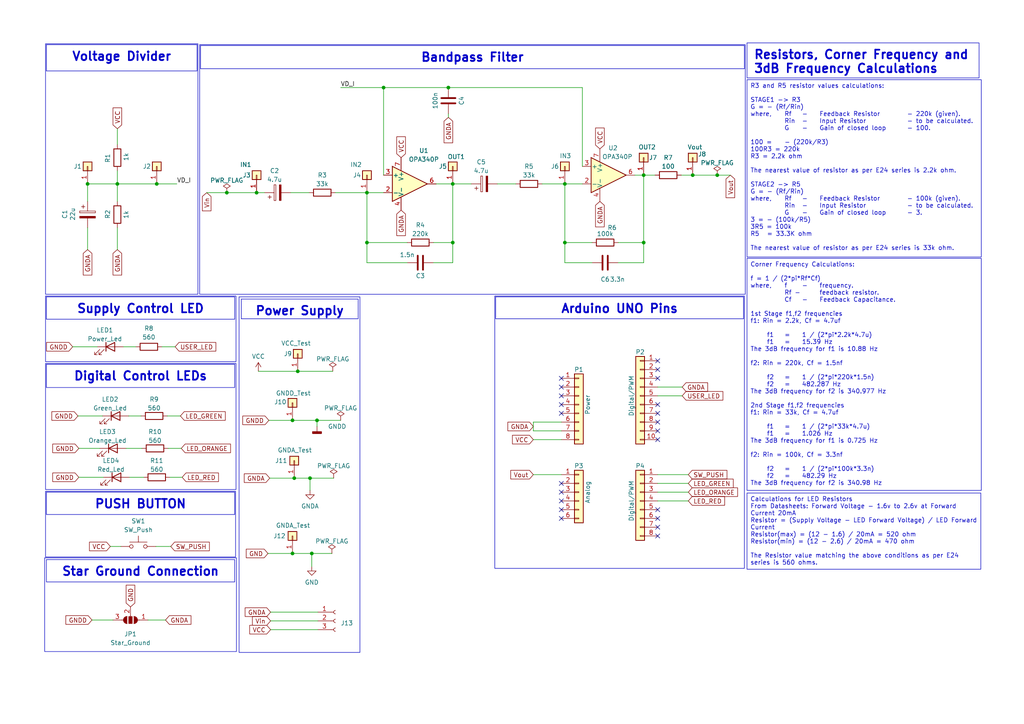
<source format=kicad_sch>
(kicad_sch (version 20230121) (generator eeschema)
  (paper "A4")
  (title_block (title "Amplifier 4th Order Bandpass Filter") (date "2023-04-19") (rev "1,1") (company "HDA Student/Girish Tabaraddi; Ananya Harish; Drashti Shah") (comment 1 "Group D3"))
  (lib_symbols
    (symbol "Amplifier_Operational:OPA340P" (pin_names (offset 0.127))
      (property "Reference" "U" (at 0 6.35 0))
      (property "Value" "OPA340P" (at 0 3.81 0))
      (symbol "OPA340P_0_1"
        (polyline (pts (xy -5.08 5.08) (xy 5.08 0) (xy -5.08 -5.08) (xy -5.08 5.08)) (stroke (width 0.254)) (fill (type background)))
      )
      (symbol "OPA340P_1_1"
        (pin no_connect line (at -5.08 -2.54 90) (length 2.54) hide (name "NC") (number "1"))
        (pin input line (at -7.62 -2.54 0) (length 2.54) (name "-") (number "2"))
        (pin input line (at -7.62 2.54 0) (length 2.54) (name "+") (number "3"))
        (pin power_in line (at -2.54 -7.62 90) (length 3.81) (name "V-") (number "4"))
        (pin no_connect line (at -2.54 -2.54 90) (length 2.54) hide (name "NC") (number "5"))
        (pin output line (at 7.62 0 180) (length 2.54) (name "~") (number "6"))
        (pin power_in line (at -2.54 7.62 270) (length 3.81) (name "V+") (number "7"))
        (pin no_connect line (at 0 -2.54 90) (length 2.54) hide (name "NC") (number "8"))
      )
    )
    (symbol "Connector:Conn_01x03_Socket" (pin_names (offset 1.016) hide)
      (property "Reference" "J" (at 0 5.08 0))
      (property "Value" "Conn_01x03_Socket" (at 0 -5.08 0))
      (symbol "Conn_01x03_Socket_1_1"
        (arc (start 0 -2.032) (mid -0.5058 -2.54) (end 0 -3.048) (stroke (width 0.1524)))
        (polyline (pts (xy -1.27 -2.54) (xy -0.508 -2.54)) (stroke (width 0.1524)))
        (polyline (pts (xy -1.27 0) (xy -0.508 0)) (stroke (width 0.1524)))
        (polyline (pts (xy -1.27 2.54) (xy -0.508 2.54)) (stroke (width 0.1524)))
        (arc (start 0 0.508) (mid -0.5058 0) (end 0 -0.508) (stroke (width 0.1524)))
        (arc (start 0 3.048) (mid -0.5058 2.54) (end 0 2.032) (stroke (width 0.1524)))
        (pin passive line (at -5.08 2.54 0) (length 3.81) (name "Pin_1") (number "1"))
        (pin passive line (at -5.08 0 0) (length 3.81) (name "Pin_2") (number "2"))
        (pin passive line (at -5.08 -2.54 0) (length 3.81) (name "Pin_3") (number "3"))
      )
    )
    (symbol "Connector_Generic:Conn_01x01" (pin_names (offset 1.016) hide)
      (property "Reference" "J" (at 0 2.54 0))
      (property "Value" "Conn_01x01" (at 0 -2.54 0))
      (symbol "Conn_01x01_1_1"
        (rectangle (start -1.27 0.127) (end 0 -0.127) (stroke (width 0.1524)))
        (rectangle (start -1.27 1.27) (end 1.27 -1.27) (stroke (width 0.254)) (fill (type background)))
        (pin passive line (at -5.08 0 0) (length 3.81) (name "Pin_1") (number "1"))
      )
    )
    (symbol "Connector_Generic:Conn_01x06" (pin_names (offset 1.016) hide)
      (property "Reference" "J" (at 0 7.62 0))
      (property "Value" "Conn_01x06" (at 0 -10.16 0))
      (symbol "Conn_01x06_1_1"
        (rectangle (start -1.27 -7.493) (end 0 -7.747) (stroke (width 0.1524)))
        (rectangle (start -1.27 -4.953) (end 0 -5.207) (stroke (width 0.1524)))
        (rectangle (start -1.27 -2.413) (end 0 -2.667) (stroke (width 0.1524)))
        (rectangle (start -1.27 0.127) (end 0 -0.127) (stroke (width 0.1524)))
        (rectangle (start -1.27 2.667) (end 0 2.413) (stroke (width 0.1524)))
        (rectangle (start -1.27 5.207) (end 0 4.953) (stroke (width 0.1524)))
        (rectangle (start -1.27 6.35) (end 1.27 -8.89) (stroke (width 0.254)) (fill (type background)))
        (pin passive line (at -5.08 5.08 0) (length 3.81) (name "Pin_1") (number "1"))
        (pin passive line (at -5.08 2.54 0) (length 3.81) (name "Pin_2") (number "2"))
        (pin passive line (at -5.08 0 0) (length 3.81) (name "Pin_3") (number "3"))
        (pin passive line (at -5.08 -2.54 0) (length 3.81) (name "Pin_4") (number "4"))
        (pin passive line (at -5.08 -5.08 0) (length 3.81) (name "Pin_5") (number "5"))
        (pin passive line (at -5.08 -7.62 0) (length 3.81) (name "Pin_6") (number "6"))
      )
    )
    (symbol "Connector_Generic:Conn_01x08" (pin_names (offset 1.016) hide)
      (property "Reference" "J" (at 0 10.16 0))
      (property "Value" "Conn_01x08" (at 0 -12.7 0))
      (symbol "Conn_01x08_1_1"
        (rectangle (start -1.27 -10.033) (end 0 -10.287) (stroke (width 0.1524)))
        (rectangle (start -1.27 -7.493) (end 0 -7.747) (stroke (width 0.1524)))
        (rectangle (start -1.27 -4.953) (end 0 -5.207) (stroke (width 0.1524)))
        (rectangle (start -1.27 -2.413) (end 0 -2.667) (stroke (width 0.1524)))
        (rectangle (start -1.27 0.127) (end 0 -0.127) (stroke (width 0.1524)))
        (rectangle (start -1.27 2.667) (end 0 2.413) (stroke (width 0.1524)))
        (rectangle (start -1.27 5.207) (end 0 4.953) (stroke (width 0.1524)))
        (rectangle (start -1.27 7.747) (end 0 7.493) (stroke (width 0.1524)))
        (rectangle (start -1.27 8.89) (end 1.27 -11.43) (stroke (width 0.254)) (fill (type background)))
        (pin passive line (at -5.08 7.62 0) (length 3.81) (name "Pin_1") (number "1"))
        (pin passive line (at -5.08 5.08 0) (length 3.81) (name "Pin_2") (number "2"))
        (pin passive line (at -5.08 2.54 0) (length 3.81) (name "Pin_3") (number "3"))
        (pin passive line (at -5.08 0 0) (length 3.81) (name "Pin_4") (number "4"))
        (pin passive line (at -5.08 -2.54 0) (length 3.81) (name "Pin_5") (number "5"))
        (pin passive line (at -5.08 -5.08 0) (length 3.81) (name "Pin_6") (number "6"))
        (pin passive line (at -5.08 -7.62 0) (length 3.81) (name "Pin_7") (number "7"))
        (pin passive line (at -5.08 -10.16 0) (length 3.81) (name "Pin_8") (number "8"))
      )
    )
    (symbol "Connector_Generic:Conn_01x10" (pin_names (offset 1.016) hide)
      (property "Reference" "J" (at 0 12.7 0))
      (property "Value" "Conn_01x10" (at 0 -15.24 0))
      (symbol "Conn_01x10_1_1"
        (rectangle (start -1.27 -12.573) (end 0 -12.827) (stroke (width 0.1524)))
        (rectangle (start -1.27 -10.033) (end 0 -10.287) (stroke (width 0.1524)))
        (rectangle (start -1.27 -7.493) (end 0 -7.747) (stroke (width 0.1524)))
        (rectangle (start -1.27 -4.953) (end 0 -5.207) (stroke (width 0.1524)))
        (rectangle (start -1.27 -2.413) (end 0 -2.667) (stroke (width 0.1524)))
        (rectangle (start -1.27 0.127) (end 0 -0.127) (stroke (width 0.1524)))
        (rectangle (start -1.27 2.667) (end 0 2.413) (stroke (width 0.1524)))
        (rectangle (start -1.27 5.207) (end 0 4.953) (stroke (width 0.1524)))
        (rectangle (start -1.27 7.747) (end 0 7.493) (stroke (width 0.1524)))
        (rectangle (start -1.27 10.287) (end 0 10.033) (stroke (width 0.1524)))
        (rectangle (start -1.27 11.43) (end 1.27 -13.97) (stroke (width 0.254)) (fill (type background)))
        (pin passive line (at -5.08 10.16 0) (length 3.81) (name "Pin_1") (number "1"))
        (pin passive line (at -5.08 -12.7 0) (length 3.81) (name "Pin_10") (number "10"))
        (pin passive line (at -5.08 7.62 0) (length 3.81) (name "Pin_2") (number "2"))
        (pin passive line (at -5.08 5.08 0) (length 3.81) (name "Pin_3") (number "3"))
        (pin passive line (at -5.08 2.54 0) (length 3.81) (name "Pin_4") (number "4"))
        (pin passive line (at -5.08 0 0) (length 3.81) (name "Pin_5") (number "5"))
        (pin passive line (at -5.08 -2.54 0) (length 3.81) (name "Pin_6") (number "6"))
        (pin passive line (at -5.08 -5.08 0) (length 3.81) (name "Pin_7") (number "7"))
        (pin passive line (at -5.08 -7.62 0) (length 3.81) (name "Pin_8") (number "8"))
        (pin passive line (at -5.08 -10.16 0) (length 3.81) (name "Pin_9") (number "9"))
      )
    )
    (symbol "Device:C" (pin_numbers hide) (pin_names (offset 0.254))
      (property "Reference" "C" (at 0.635 2.54 0))
      (property "Value" "C" (at 0.635 -2.54 0))
      (symbol "C_0_1"
        (polyline (pts (xy -2.032 -0.762) (xy 2.032 -0.762)) (stroke (width 0.508)))
        (polyline (pts (xy -2.032 0.762) (xy 2.032 0.762)) (stroke (width 0.508)))
      )
      (symbol "C_1_1"
        (pin passive line (at 0 3.81 270) (length 2.794) (name "~") (number "1"))
        (pin passive line (at 0 -3.81 90) (length 2.794) (name "~") (number "2"))
      )
    )
    (symbol "Device:C_Polarized" (pin_numbers hide) (pin_names (offset 0.254))
      (property "Reference" "C" (at 0.635 2.54 0))
      (property "Value" "C_Polarized" (at 0.635 -2.54 0))
      (symbol "C_Polarized_0_1"
        (rectangle (start -2.286 0.508) (end 2.286 1.016))
        (polyline (pts (xy -1.778 2.286) (xy -0.762 2.286)))
        (polyline (pts (xy -1.27 2.794) (xy -1.27 1.778)))
        (rectangle (start 2.286 -0.508) (end -2.286 -1.016) (fill (type outline)))
      )
      (symbol "C_Polarized_1_1"
        (pin passive line (at 0 3.81 270) (length 2.794) (name "~") (number "1"))
        (pin passive line (at 0 -3.81 90) (length 2.794) (name "~") (number "2"))
      )
    )
    (symbol "Device:LED" (pin_numbers hide) (pin_names (offset 1.016) hide)
      (property "Reference" "D" (at 0 2.54 0))
      (property "Value" "LED" (at 0 -2.54 0))
      (symbol "LED_0_1"
        (polyline (pts (xy -1.27 -1.27) (xy -1.27 1.27)) (stroke (width 0.254)))
        (polyline (pts (xy -1.27 0) (xy 1.27 0)))
        (polyline (pts (xy 1.27 -1.27) (xy 1.27 1.27) (xy -1.27 0) (xy 1.27 -1.27)) (stroke (width 0.254)))
        (polyline (pts (xy -3.048 -0.762) (xy -4.572 -2.286) (xy -3.81 -2.286) (xy -4.572 -2.286) (xy -4.572 -1.524)))
        (polyline (pts (xy -1.778 -0.762) (xy -3.302 -2.286) (xy -2.54 -2.286) (xy -3.302 -2.286) (xy -3.302 -1.524)))
      )
      (symbol "LED_1_1"
        (pin passive line (at -3.81 0 0) (length 2.54) (name "K") (number "1"))
        (pin passive line (at 3.81 0 180) (length 2.54) (name "A") (number "2"))
      )
    )
    (symbol "Device:R" (pin_numbers hide) (pin_names (offset 0))
      (property "Reference" "R" (at 2.032 0 90))
      (property "Value" "R" (at 0 0 90))
      (symbol "R_0_1"
        (rectangle (start -1.016 -2.54) (end 1.016 2.54) (stroke (width 0.254)))
      )
      (symbol "R_1_1"
        (pin passive line (at 0 3.81 270) (length 1.27) (name "~") (number "1"))
        (pin passive line (at 0 -3.81 90) (length 1.27) (name "~") (number "2"))
      )
    )
    (symbol "Jumper:SolderJumper_3_Open" (pin_names (offset 0) hide)
      (property "Reference" "JP" (at -2.54 -2.54 0))
      (property "Value" "SolderJumper_3_Open" (at 0 2.794 0))
      (symbol "SolderJumper_3_Open_0_1"
        (arc (start -1.016 1.016) (mid -2.0276 0) (end -1.016 -1.016))
        (arc (start -1.016 1.016) (mid -2.0276 0) (end -1.016 -1.016) (fill (type outline)))
        (rectangle (start -0.508 1.016) (end 0.508 -1.016) (fill (type outline)))
        (polyline (pts (xy -2.54 0) (xy -2.032 0)))
        (polyline (pts (xy -1.016 1.016) (xy -1.016 -1.016)))
        (polyline (pts (xy 0 -1.27) (xy 0 -1.016)))
        (polyline (pts (xy 1.016 1.016) (xy 1.016 -1.016)))
        (polyline (pts (xy 2.54 0) (xy 2.032 0)))
        (arc (start 1.016 -1.016) (mid 2.0276 0) (end 1.016 1.016))
        (arc (start 1.016 -1.016) (mid 2.0276 0) (end 1.016 1.016) (fill (type outline)))
      )
      (symbol "SolderJumper_3_Open_1_1"
        (pin passive line (at -5.08 0 0) (length 2.54) (name "A") (number "1"))
        (pin passive line (at 0 -3.81 90) (length 2.54) (name "C") (number "2"))
        (pin passive line (at 5.08 0 180) (length 2.54) (name "B") (number "3"))
      )
    )
    (symbol "Switch:SW_Push" (pin_numbers hide) (pin_names (offset 1.016) hide)
      (property "Reference" "SW" (at 1.27 2.54 0))
      (property "Value" "SW_Push" (at 0 -1.524 0))
      (symbol "SW_Push_0_1"
        (circle (center -2.032 0) (radius 0.508))
        (polyline (pts (xy 0 1.27) (xy 0 3.048)))
        (polyline (pts (xy 2.54 1.27) (xy -2.54 1.27)))
        (circle (center 2.032 0) (radius 0.508))
        (pin passive line (at -5.08 0 0) (length 2.54) (name "1") (number "1"))
        (pin passive line (at 5.08 0 180) (length 2.54) (name "2") (number "2"))
      )
    )
    (symbol "power:GND" (power) (pin_names (offset 0))
      (property "Value" "GND" (at 0 -3.81 0))
      (symbol "GND_0_1"
        (polyline (pts (xy 0 0) (xy 0 -1.27) (xy 1.27 -1.27) (xy 0 -2.54) (xy -1.27 -1.27) (xy 0 -1.27)))
      )
      (symbol "GND_1_1"
        (pin power_in line (at 0 0 270) (length 0) hide (name "GND") (number "1"))
      )
    )
    (symbol "power:GNDA" (power) (pin_names (offset 0))
      (property "Value" "GNDA" (at 0 -3.81 0))
      (symbol "GNDA_0_1"
        (polyline (pts (xy 0 0) (xy 0 -1.27) (xy 1.27 -1.27) (xy 0 -2.54) (xy -1.27 -1.27) (xy 0 -1.27)))
      )
      (symbol "GNDA_1_1"
        (pin power_in line (at 0 0 270) (length 0) hide (name "GNDA") (number "1"))
      )
    )
    (symbol "power:GNDD" (power) (pin_names (offset 0))
      (property "Value" "GNDD" (at 0 -3.175 0))
      (symbol "GNDD_0_1"
        (rectangle (start -1.27 -1.524) (end 1.27 -2.032) (stroke (width 0.254)) (fill (type outline)))
        (polyline (pts (xy 0 0) (xy 0 -1.524)))
      )
      (symbol "GNDD_1_1"
        (pin power_in line (at 0 0 270) (length 0) hide (name "GNDD") (number "1"))
      )
    )
    (symbol "power:PWR_FLAG" (power) (pin_numbers hide) (pin_names (offset 0) hide)
      (property "Value" "PWR_FLAG" (at 0 3.81 0))
      (symbol "PWR_FLAG_0_0"
        (pin power_out line (at 0 0 90) (length 0) (name "pwr") (number "1"))
      )
      (symbol "PWR_FLAG_0_1"
        (polyline (pts (xy 0 0) (xy 0 1.27) (xy -1.016 1.905) (xy 0 2.54) (xy 1.016 1.905) (xy 0 1.27)))
      )
    )
    (symbol "power:VCC" (power) (pin_names (offset 0))
      (property "Value" "VCC" (at 0 3.81 0))
      (symbol "VCC_0_1"
        (polyline (pts (xy -0.762 1.27) (xy 0 2.54)))
        (polyline (pts (xy 0 0) (xy 0 2.54)))
        (polyline (pts (xy 0 2.54) (xy 0.762 1.27)))
      )
      (symbol "VCC_1_1"
        (pin power_in line (at 0 0 90) (length 0) hide (name "VCC") (number "1"))
      )
    )
  )
  (junction (at 106.426 70.358))
  (junction (at 45.466 53.34))
  (junction (at 84.836 160.528))
  (junction (at 186.69 70.358))
  (junction (at 34.036 53.34))
  (junction (at 106.426 55.88))
  (junction (at 84.836 121.92))
  (junction (at 131.318 70.358))
  (junction (at 200.914 50.8))
  (junction (at 111.252 25.4))
  (junction (at 74.422 55.88))
  (junction (at 85.344 138.684))
  (junction (at 163.83 53.34))
  (junction (at 208.026 50.8))
  (junction (at 65.786 55.88))
  (junction (at 91.948 121.92))
  (junction (at 130.048 25.4))
  (junction (at 90.424 160.528))
  (junction (at 186.69 50.8))
  (junction (at 25.4 53.34))
  (junction (at 163.83 70.358))
  (junction (at 86.36 107.696))
  (junction (at 131.318 53.34))
  (junction (at 89.916 138.684))
  (no_connect (at 162.814 147.828))
  (no_connect (at 162.814 142.748))
  (no_connect (at 190.754 119.888))
  (no_connect (at 190.754 150.368))
  (no_connect (at 162.814 119.888))
  (no_connect (at 190.754 155.448))
  (no_connect (at 190.754 109.728))
  (no_connect (at 162.814 140.208))
  (no_connect (at 190.754 152.908))
  (no_connect (at 190.754 124.968))
  (no_connect (at 162.814 114.808))
  (no_connect (at 190.754 147.828))
  (no_connect (at 162.814 150.368))
  (no_connect (at 190.754 107.188))
  (no_connect (at 190.754 104.648))
  (no_connect (at 190.754 117.348))
  (no_connect (at 190.754 127.508))
  (no_connect (at 162.814 112.268))
  (no_connect (at 162.814 145.288))
  (no_connect (at 162.814 117.348))
  (no_connect (at 162.814 109.728))
  (no_connect (at 190.754 122.428))
  (wire (pts (xy 85.344 138.684) (xy 89.916 138.684)))
  (wire (pts (xy 45.212 158.496) (xy 49.53 158.496)))
  (wire (pts (xy 65.786 55.88) (xy 74.422 55.88)))
  (wire (pts (xy 74.422 55.88) (xy 76.708 55.88)))
  (wire (pts (xy 190.754 140.208) (xy 199.644 140.208)))
  (wire (pts (xy 162.814 124.968) (xy 154.686 124.968)))
  (wire (pts (xy 157.226 53.34) (xy 163.83 53.34)))
  (wire (pts (xy 208.026 50.8) (xy 211.836 50.8)))
  (wire (pts (xy 35.814 100.584) (xy 39.37 100.584)))
  (wire (pts (xy 163.83 76.2) (xy 171.704 76.2)))
  (wire (pts (xy 90.424 160.528) (xy 96.266 160.528)))
  (wire (pts (xy 84.836 121.92) (xy 91.948 121.92)))
  (wire (pts (xy 190.754 114.808) (xy 197.866 114.808)))
  (wire (pts (xy 106.426 76.2) (xy 106.426 70.358)))
  (wire (pts (xy 91.948 121.92) (xy 91.948 123.698)))
  (wire (pts (xy 144.272 53.34) (xy 149.606 53.34)))
  (wire (pts (xy 89.916 138.684) (xy 89.916 142.24)))
  (wire (pts (xy 86.36 107.696) (xy 96.52 107.696)))
  (wire (pts (xy 130.048 25.4) (xy 168.91 25.4)))
  (wire (pts (xy 34.036 66.04) (xy 34.036 72.39)))
  (wire (pts (xy 179.324 76.2) (xy 186.69 76.2)))
  (wire (pts (xy 106.426 55.88) (xy 106.426 70.358)))
  (wire (pts (xy 154.686 122.428) (xy 154.686 124.968)))
  (wire (pts (xy 111.252 55.88) (xy 106.426 55.88)))
  (wire (pts (xy 37.338 120.65) (xy 40.894 120.65)))
  (wire (pts (xy 154.686 137.668) (xy 162.814 137.668)))
  (wire (pts (xy 126.492 53.34) (xy 131.318 53.34)))
  (wire (pts (xy 131.318 53.34) (xy 136.652 53.34)))
  (wire (pts (xy 78.486 177.546) (xy 92.202 177.546)))
  (wire (pts (xy 84.328 55.88) (xy 89.662 55.88)))
  (wire (pts (xy 22.606 120.65) (xy 29.718 120.65)))
  (wire (pts (xy 190.754 137.668) (xy 199.644 137.668)))
  (wire (pts (xy 186.69 70.358) (xy 186.69 76.2)))
  (wire (pts (xy 77.978 121.92) (xy 84.836 121.92)))
  (wire (pts (xy 84.836 160.528) (xy 90.424 160.528)))
  (wire (pts (xy 21.082 100.584) (xy 28.194 100.584)))
  (wire (pts (xy 25.4 58.42) (xy 25.4 53.34)))
  (wire (pts (xy 163.83 53.34) (xy 163.83 70.358)))
  (wire (pts (xy 77.724 160.528) (xy 84.836 160.528)))
  (wire (pts (xy 179.324 70.358) (xy 186.69 70.358)))
  (wire (pts (xy 125.73 76.2) (xy 131.318 76.2)))
  (wire (pts (xy 25.4 66.04) (xy 25.4 72.39)))
  (wire (pts (xy 25.4 53.34) (xy 34.036 53.34)))
  (wire (pts (xy 36.576 130.048) (xy 41.148 130.048)))
  (wire (pts (xy 163.83 70.358) (xy 171.704 70.358)))
  (wire (pts (xy 111.252 50.8) (xy 111.252 25.4)))
  (wire (pts (xy 48.514 120.65) (xy 52.324 120.65)))
  (wire (pts (xy 106.426 70.358) (xy 118.11 70.358)))
  (wire (pts (xy 190.754 112.268) (xy 197.866 112.268)))
  (wire (pts (xy 42.926 179.832) (xy 48.006 179.832)))
  (wire (pts (xy 131.318 76.2) (xy 131.318 70.358)))
  (wire (pts (xy 168.91 25.4) (xy 168.91 48.26)))
  (wire (pts (xy 22.86 138.43) (xy 29.972 138.43)))
  (wire (pts (xy 200.914 50.8) (xy 208.026 50.8)))
  (wire (pts (xy 59.944 55.88) (xy 65.786 55.88)))
  (wire (pts (xy 131.318 70.358) (xy 131.318 53.34)))
  (wire (pts (xy 190.754 142.748) (xy 199.644 142.748)))
  (wire (pts (xy 154.686 127.508) (xy 162.814 127.508)))
  (wire (pts (xy 34.036 37.338) (xy 34.036 41.91)))
  (wire (pts (xy 111.252 25.4) (xy 130.048 25.4)))
  (wire (pts (xy 130.048 33.02) (xy 130.048 34.036)))
  (wire (pts (xy 118.11 76.2) (xy 106.426 76.2)))
  (wire (pts (xy 32.004 158.496) (xy 35.052 158.496)))
  (wire (pts (xy 45.466 53.34) (xy 51.308 53.34)))
  (wire (pts (xy 22.86 130.048) (xy 28.956 130.048)))
  (wire (pts (xy 37.592 138.43) (xy 41.656 138.43)))
  (wire (pts (xy 184.15 50.8) (xy 186.69 50.8)))
  (wire (pts (xy 34.036 53.34) (xy 45.466 53.34)))
  (wire (pts (xy 48.768 130.048) (xy 52.578 130.048)))
  (wire (pts (xy 91.948 121.92) (xy 98.806 121.92)))
  (wire (pts (xy 98.806 25.4) (xy 111.252 25.4)))
  (wire (pts (xy 49.276 138.43) (xy 52.832 138.43)))
  (wire (pts (xy 34.036 49.53) (xy 34.036 53.34)))
  (wire (pts (xy 163.83 53.34) (xy 168.91 53.34)))
  (wire (pts (xy 186.69 50.8) (xy 189.992 50.8)))
  (wire (pts (xy 197.612 50.8) (xy 200.914 50.8)))
  (wire (pts (xy 46.99 100.584) (xy 50.8 100.584)))
  (wire (pts (xy 90.424 160.528) (xy 90.424 164.338)))
  (wire (pts (xy 162.814 122.428) (xy 154.686 122.428)))
  (wire (pts (xy 89.916 138.684) (xy 96.774 138.684)))
  (wire (pts (xy 74.93 107.696) (xy 86.36 107.696)))
  (wire (pts (xy 190.754 145.288) (xy 199.644 145.288)))
  (wire (pts (xy 186.69 50.8) (xy 186.69 70.358)))
  (wire (pts (xy 163.83 70.358) (xy 163.83 76.2)))
  (wire (pts (xy 34.036 53.34) (xy 34.036 58.42)))
  (wire (pts (xy 97.282 55.88) (xy 106.426 55.88)))
  (wire (pts (xy 78.486 180.086) (xy 92.202 180.086)))
  (wire (pts (xy 78.232 138.684) (xy 85.344 138.684)))
  (wire (pts (xy 125.73 70.358) (xy 131.318 70.358)))
  (wire (pts (xy 78.486 182.626) (xy 92.202 182.626)))
  (wire (pts (xy 26.67 179.832) (xy 32.766 179.832)))
  (rectangle (start 13.208 85.852) (end 68.453 104.902))
  (rectangle (start 69.342 86.106) (end 104.394 189.23))
  (rectangle (start 13.208 12.7) (end 57.404 85.344))
  (rectangle (start 12.954 161.798) (end 68.58 188.976))
  (rectangle (start 13.208 105.41) (end 68.453 141.986))
  (rectangle (start 13.208 142.494) (end 68.326 161.544))
  (rectangle (start 57.912 12.954) (end 216.154 85.344))
  (rectangle (start 143.51 85.852) (end 215.9 164.846))
  (text_box "Power Supply" (at 69.977 86.741 0) (size 33.909 5.715) (effects (font (size 2.5 2.5) bold) (justify top)))
  (text_box "Star Ground Connection" (at 13.462 162.306 0) (size 54.61 6.477) (effects (font (size 2.5 2.5) bold) (justify top)))
  (text_box "R3 and R5 resistor values calculations:\n\nSTAGE1 -> R3\nG =	- (Rf/Rin)\nwhere, 	Rf	-	Feedback Resistor 	- 220k (given).\n		Rin	- 	Input Resistor 		- to be calculated.\n		G	- 	Gain of closed loop	- 100.\n\n100 =	- (220k/R3)\n100R3 = 220k\nR3 = 2.2k ohm\n\nThe nearest value of resistor as per E24 series is 2.2k ohm. \n\nSTAGE2 -> R5\nG =	- (Rf/Rin)\nwhere, 	Rf	-	Feedback Resistor 	- 100k (given).\n		Rin	- 	Input Resistor 		- to be calculated.\n		G	- 	Gain of closed loop	- 3.\n3 = - (100k/R5)\n3R5 = 100k\nR5	= 33.3K ohm\n\nThe nearest value of resistor as per E24 series is 33k ohm. " (at 216.662 23.114 0) (size 67.945 51.435) (effects (font (size 1.27 1.27)) (justify left top)))
  (text_box "Arduino UNO Pins" (at 143.764 86.106 0) (size 71.882 6.35) (effects (font (size 2.5 2.5) (thickness 0.5) bold) (justify top)))
  (text_box "Corner Frequency Calculations:\n\nf = 1 / (2*pi*Rf*Cf)\nwhere, 	f	-	frequency.\n		Rf - 	feedback resistor.\n		Cf	- 	Feedback Capacitance.\n\n1st Stage f1,f2 frequencies\nf1: Rin = 2.2k, Cf = 4.7uf\n\n	f1	=	1 / (2*pi*2.2k*4.7u)\n	f1 	= 	15.39 Hz\nThe 3dB frequency for f1 is 10.88 Hz\n\nf2: Rin = 220k, Cf = 1.5nf\n\n	f2	=	1 / (2*pi*220k*1.5n)\n	f2 	= 	482.287 Hz\nThe 3dB frequency for f2 is 340.977 Hz\n\n2nd Stage f1,f2 frequencies\nf1: Rin = 33k, Cf = 4.7uf\n\n	f1	=	1 / (2*pi*33k*4.7u)\n	f1 	= 	1.026 Hz\nThe 3dB frequency for f1 is 0.725 Hz\n\nf2: Rin = 100k, Cf = 3.3nf\n\n	f2	=	1 / (2*pi*100k*3.3n)\n	f2 	= 	482.29 Hz\nThe 3dB frequency for f2 is 340.98 Hz" (at 216.662 74.93 0) (size 67.945 67.31) (effects (font (size 1.27 1.27)) (justify left top)))
  (text_box "Calculations for LED Resistors\nFrom Datasheets: Forward Voltage - 1.6v to 2.6v at Forward Current 20mA\nResistor = (Supply Voltage - LED Forward Voltage) / LED Forward Current\nResistor(max) = (12 - 1.6) / 20mA = 520 ohm\nResistor(min) = (12 - 2.6) / 20mA = 470 ohm\n\nThe Resistor value matching the above conditions as per E24 series is 560 ohms.\n" (at 216.662 143.002 0) (size 67.818 22.098) (effects (font (size 1.27 1.27)) (justify left top)))
  (text_box "Bandpass Filter" (at 58.166 13.208 0) (size 157.734 6.731) (effects (font (size 2.5 2.5) bold) (justify top)))
  (text_box "Voltage Divider" (at 13.462 12.954 0) (size 43.688 7.62) (effects (font (size 2.5 2.5) (thickness 0.5) bold) (justify top)))
  (text_box "Resistors, Corner Frequency and 3dB Frequency Calculations" (at 216.662 12.446 0) (size 67.31 10.16) (effects (font (size 2.5 2.5) (thickness 0.5) bold) (justify left top)))
  (text_box "Supply Control LED" (at 13.462 86.106 0) (size 54.61 6.477) (effects (font (size 2.5 2.5) bold) (justify top)))
  (text_box "Digital Control LEDs" (at 13.462 105.664 0) (size 54.61 6.731) (effects (font (size 2.5 2.5) (thickness 0.5) bold) (justify top)))
  (text_box "PUSH BUTTON" (at 13.462 142.748 0) (size 54.61 6.477) (effects (font (size 2.5 2.5) bold) (justify top)))
  (label "VD_I" (at 51.308 53.34 0))
  (label "VD_I" (at 98.806 25.4 0))
  (global_label "GNDD" (shape input) (at 22.606 120.65 180) (property "Intersheetrefs" "${INTERSHEET_REFS}" (effects hide)))
  (global_label "Vin" (shape input) (at 59.944 55.88 270) (property "Intersheetrefs" "${INTERSHEET_REFS}" (effects hide)))
  (global_label "GNDA" (shape input) (at 197.866 112.268 0) (property "Intersheetrefs" "${INTERSHEET_REFS}" (effects hide)))
  (global_label "GNDA" (shape input) (at 154.686 123.698 180) (property "Intersheetrefs" "${INTERSHEET_REFS}" (effects hide)))
  (global_label "GNDA" (shape input) (at 25.4 72.39 270) (property "Intersheetrefs" "${INTERSHEET_REFS}" (effects hide)))
  (global_label "GND" (shape input) (at 37.846 176.022 90) (property "Intersheetrefs" "${INTERSHEET_REFS}" (effects hide)))
  (global_label "LED_GREEN" (shape input) (at 52.324 120.65 0) (property "Intersheetrefs" "${INTERSHEET_REFS}" (effects hide)))
  (global_label "VCC" (shape input) (at 173.99 43.18 90) (property "Intersheetrefs" "${INTERSHEET_REFS}" (effects hide)))
  (global_label "USER_LED" (shape input) (at 50.8 100.584 0) (property "Intersheetrefs" "${INTERSHEET_REFS}" (effects hide)))
  (global_label "GNDA" (shape input) (at 130.048 34.036 270) (property "Intersheetrefs" "${INTERSHEET_REFS}" (effects hide)))
  (global_label "GNDD" (shape input) (at 22.86 130.048 180) (property "Intersheetrefs" "${INTERSHEET_REFS}" (effects hide)))
  (global_label "GNDA" (shape input) (at 48.006 179.832 0) (property "Intersheetrefs" "${INTERSHEET_REFS}" (effects hide)))
  (global_label "GND" (shape input) (at 77.724 160.528 180) (property "Intersheetrefs" "${INTERSHEET_REFS}" (effects hide)))
  (global_label "Vout" (shape input) (at 211.836 50.8 270) (property "Intersheetrefs" "${INTERSHEET_REFS}" (effects hide)))
  (global_label "GNDA" (shape input) (at 78.232 138.684 180) (property "Intersheetrefs" "${INTERSHEET_REFS}" (effects hide)))
  (global_label "VCC" (shape input) (at 116.332 45.72 90) (property "Intersheetrefs" "${INTERSHEET_REFS}" (effects hide)))
  (global_label "VCC" (shape input) (at 32.004 158.496 180) (property "Intersheetrefs" "${INTERSHEET_REFS}" (effects hide)))
  (global_label "LED_RED" (shape input) (at 52.832 138.43 0) (property "Intersheetrefs" "${INTERSHEET_REFS}" (effects hide)))
  (global_label "LED_RED" (shape input) (at 199.644 145.288 0) (property "Intersheetrefs" "${INTERSHEET_REFS}" (effects hide)))
  (global_label "GNDD" (shape input) (at 21.082 100.584 180) (property "Intersheetrefs" "${INTERSHEET_REFS}" (effects hide)))
  (global_label "GNDD" (shape input) (at 77.978 121.92 180) (property "Intersheetrefs" "${INTERSHEET_REFS}" (effects hide)))
  (global_label "GNDD" (shape input) (at 22.86 138.43 180) (property "Intersheetrefs" "${INTERSHEET_REFS}" (effects hide)))
  (global_label "GNDD" (shape input) (at 26.67 179.832 180) (property "Intersheetrefs" "${INTERSHEET_REFS}" (effects hide)))
  (global_label "VCC" (shape input) (at 78.486 182.626 180) (property "Intersheetrefs" "${INTERSHEET_REFS}" (effects hide)))
  (global_label "GNDA" (shape input) (at 34.036 72.39 270) (property "Intersheetrefs" "${INTERSHEET_REFS}" (effects hide)))
  (global_label "VCC" (shape input) (at 154.686 127.508 180) (property "Intersheetrefs" "${INTERSHEET_REFS}" (effects hide)))
  (global_label "SW_PUSH" (shape input) (at 199.644 137.668 0) (property "Intersheetrefs" "${INTERSHEET_REFS}" (effects hide)))
  (global_label "LED_ORANGE" (shape input) (at 199.644 142.748 0) (property "Intersheetrefs" "${INTERSHEET_REFS}" (effects hide)))
  (global_label "LED_ORANGE" (shape input) (at 52.578 130.048 0) (property "Intersheetrefs" "${INTERSHEET_REFS}" (effects hide)))
  (global_label "Vin" (shape input) (at 78.486 180.086 180) (property "Intersheetrefs" "${INTERSHEET_REFS}" (effects hide)))
  (global_label "VCC" (shape input) (at 34.036 37.338 90) (property "Intersheetrefs" "${INTERSHEET_REFS}" (effects hide)))
  (global_label "USER_LED" (shape input) (at 197.866 114.808 0) (property "Intersheetrefs" "${INTERSHEET_REFS}" (effects hide)))
  (global_label "GNDA" (shape input) (at 173.99 58.42 270) (property "Intersheetrefs" "${INTERSHEET_REFS}" (effects hide)))
  (global_label "GNDA" (shape input) (at 78.486 177.546 180) (property "Intersheetrefs" "${INTERSHEET_REFS}" (effects hide)))
  (global_label "LED_GREEN" (shape input) (at 199.644 140.208 0) (property "Intersheetrefs" "${INTERSHEET_REFS}" (effects hide)))
  (global_label "GNDA" (shape input) (at 116.332 60.96 270) (property "Intersheetrefs" "${INTERSHEET_REFS}" (effects hide)))
  (global_label "Vout" (shape input) (at 154.686 137.668 180) (property "Intersheetrefs" "${INTERSHEET_REFS}" (effects hide)))
  (global_label "SW_PUSH" (shape input) (at 49.53 158.496 0) (property "Intersheetrefs" "${INTERSHEET_REFS}" (effects hide)))
  (symbol (lib_id "Connector_Generic:Conn_01x08") (at 167.894 117.348 0) (unit 1)
    (property "Reference" "P1" (at 167.894 107.188 0))
    (property "Value" "Power" (at 170.434 117.348 90))
    (property "Footprint" "Connector_PinSocket_2.54mm:PinSocket_1x08_P2.54mm_Vertical" (effects hide))
  )
  (symbol (lib_id "Connector_Generic:Conn_01x10") (at 185.674 114.808 0) (mirror y) (unit 1)
    (property "Reference" "P2" (at 185.674 102.108 0))
    (property "Value" "Digital/PWM" (at 183.134 114.808 90))
    (property "Footprint" "Connector_PinSocket_2.54mm:PinSocket_1x10_P2.54mm_Vertical" (effects hide))
  )
  (symbol (lib_id "Connector_Generic:Conn_01x06") (at 167.894 142.748 0) (unit 1)
    (property "Reference" "P3" (at 167.894 135.128 0))
    (property "Value" "Analog" (at 170.434 142.748 90))
    (property "Footprint" "Connector_PinSocket_2.54mm:PinSocket_1x06_P2.54mm_Vertical" (effects hide))
  )
  (symbol (lib_id "Connector_Generic:Conn_01x08") (at 185.674 145.288 0) (mirror y) (unit 1)
    (property "Reference" "P4" (at 185.674 135.128 0))
    (property "Value" "Digital/PWM" (at 183.134 145.288 90))
    (property "Footprint" "Connector_PinSocket_2.54mm:PinSocket_1x08_P2.54mm_Vertical" (effects hide))
  )
  (symbol (lib_id "Device:LED") (at 32.766 130.048 0) (unit 1)
    (property "Reference" "LED3" (at 31.1785 125.222 0))
    (property "Value" "Orange_Led" (at 31.1785 127.762 0))
    (property "Footprint" "LED_THT:LED_D5.0mm" (effects hide))
  )
  (symbol (lib_id "Device:C") (at 130.048 29.21 180) (unit 1)
    (property "Reference" "C4" (at 133.858 29.21 90))
    (property "Value" "100n" (at 126.238 29.21 90))
    (property "Footprint" "Capacitor_THT:C_Disc_D4.3mm_W1.9mm_P5.00mm" (effects hide))
  )
  (symbol (lib_id "Connector_Generic:Conn_01x01") (at 84.836 155.448 90) (unit 1)
    (property "Reference" "J12" (at 79.248 155.448 90) (effects (justify right)))
    (property "Value" "GNDA_Test" (at 80.01 152.4 90) (effects (justify right)))
    (property "Footprint" "Connector_Pin:Pin_D1.2mm_L10.2mm_W2.9mm_FlatFork" (effects hide))
  )
  (symbol (lib_id "power:GNDD") (at 91.948 123.698 0) (unit 1)
    (property "Reference" "#PWR02" (effects hide))
    (property "Value" "GNDD" (at 97.79 123.698 0))
  )
  (symbol (lib_id "Device:R") (at 44.958 130.048 90) (unit 1)
    (property "Reference" "R10" (at 44.958 125.222 90))
    (property "Value" "560" (at 44.958 127.762 90))
    (property "Footprint" "Resistor_THT:R_Axial_DIN0207_L6.3mm_D2.5mm_P10.16mm_Horizontal" (effects hide))
  )
  (symbol (lib_id "Connector:Conn_01x03_Socket") (at 97.282 180.086 0) (unit 1)
    (property "Reference" "J13" (at 98.806 180.721 0) (effects (justify left)))
    (property "Value" "Conn_01x03_Socket" (effects hide))
    (property "Footprint" "Connector_PinSocket_2.54mm:PinSocket_1x03_P2.54mm_Horizontal" (effects hide))
  )
  (symbol (lib_id "power:PWR_FLAG") (at 96.774 138.684 0) (unit 1)
    (property "Reference" "#FLG03" (effects hide))
    (property "Value" "PWR_FLAG" (at 96.774 135.128 0))
  )
  (symbol (lib_id "power:PWR_FLAG") (at 65.786 55.88 0) (unit 1)
    (property "Reference" "#FLG04" (effects hide))
    (property "Value" "PWR_FLAG" (at 65.786 52.324 0))
  )
  (symbol (lib_id "power:PWR_FLAG") (at 98.806 121.92 0) (unit 1)
    (property "Reference" "#FLG02" (effects hide))
    (property "Value" "PWR_FLAG" (at 98.806 118.364 0))
  )
  (symbol (lib_id "Connector_Generic:Conn_01x01") (at 86.36 102.616 90) (unit 1)
    (property "Reference" "J9" (at 82.296 102.616 90) (effects (justify right)))
    (property "Value" "VCC_Test" (at 81.534 99.568 90) (effects (justify right)))
    (property "Footprint" "Connector_Pin:Pin_D1.2mm_L10.2mm_W2.9mm_FlatFork" (effects hide))
  )
  (symbol (lib_id "Device:R") (at 43.18 100.584 90) (unit 1)
    (property "Reference" "R8" (at 43.18 95.25 90))
    (property "Value" "560" (at 43.18 97.79 90))
    (property "Footprint" "Resistor_THT:R_Axial_DIN0207_L6.3mm_D2.5mm_P10.16mm_Horizontal" (effects hide))
  )
  (symbol (lib_id "Connector_Generic:Conn_01x01") (at 85.344 133.604 90) (unit 1)
    (property "Reference" "J11" (at 79.756 133.604 90) (effects (justify right)))
    (property "Value" "GNDA_Test" (at 80.518 130.556 90) (effects (justify right)))
    (property "Footprint" "Connector_Pin:Pin_D1.2mm_L10.2mm_W2.9mm_FlatFork" (effects hide))
  )
  (symbol (lib_id "Switch:SW_Push") (at 40.132 158.496 0) (unit 1)
    (property "Reference" "SW1" (at 40.132 151.13 0))
    (property "Value" "SW_Push" (at 40.132 153.67 0))
    (property "Footprint" "Button_Switch_THT:SW_DIP_SPSTx02_Slide_6.7x6.64mm_W7.62mm_P2.54mm_LowProfile" (effects hide))
  )
  (symbol (lib_id "Connector_Generic:Conn_01x01") (at 131.318 48.26 90) (unit 1)
    (property "Reference" "J5" (at 127.254 48.26 90) (effects (justify right)))
    (property "Value" "OUT1" (at 129.794 45.466 90) (effects (justify right)))
    (property "Footprint" "Connector_Pin:Pin_D1.2mm_L10.2mm_W2.9mm_FlatFork" (effects hide))
  )
  (symbol (lib_id "Device:LED") (at 33.782 138.43 0) (unit 1)
    (property "Reference" "LED4" (at 32.1945 133.604 0))
    (property "Value" "Red_Led" (at 32.1945 136.144 0))
    (property "Footprint" "LED_THT:LED_D5.0mm" (effects hide))
  )
  (symbol (lib_id "Device:C_Polarized") (at 80.518 55.88 90) (unit 1)
    (property "Reference" "C2" (at 79.629 49.53 90))
    (property "Value" "4.7u" (at 79.629 52.07 90))
    (property "Footprint" "Capacitor_THT:CP_Radial_D5.0mm_P2.50mm" (effects hide))
  )
  (symbol (lib_id "Connector_Generic:Conn_01x01") (at 186.69 45.72 90) (unit 1)
    (property "Reference" "J7" (at 188.214 45.72 90) (effects (justify right)))
    (property "Value" "OUT2" (at 185.166 42.672 90) (effects (justify right)))
    (property "Footprint" "Connector_Pin:Pin_D1.2mm_L10.2mm_W2.9mm_FlatFork" (effects hide))
  )
  (symbol (lib_id "power:GND") (at 90.424 164.338 0) (unit 1)
    (property "Reference" "#PWR05" (effects hide))
    (property "Value" "GND" (at 90.424 168.91 0))
  )
  (symbol (lib_id "Device:R") (at 34.036 62.23 0) (unit 1)
    (property "Reference" "R2" (at 31.242 63.5 90) (effects (justify left)))
    (property "Value" "1k" (at 36.576 63.5 90) (effects (justify left)))
    (property "Footprint" "Resistor_THT:R_Axial_DIN0207_L6.3mm_D2.5mm_P10.16mm_Horizontal" (effects hide))
  )
  (symbol (lib_id "Device:LED") (at 32.004 100.584 0) (unit 1)
    (property "Reference" "LED1" (at 30.4165 95.758 0))
    (property "Value" "Power_Led" (at 30.4165 98.298 0))
    (property "Footprint" "LED_THT:LED_D5.0mm" (effects hide))
  )
  (symbol (lib_id "Connector_Generic:Conn_01x01") (at 25.4 48.26 90) (unit 1)
    (property "Reference" "J1" (at 21.336 48.26 90) (effects (justify right)))
    (property "Footprint" "Connector_Pin:Pin_D1.2mm_L10.2mm_W2.9mm_FlatFork" (effects hide))
  )
  (symbol (lib_id "power:PWR_FLAG") (at 96.266 160.528 0) (unit 1)
    (property "Reference" "#FLG07" (effects hide))
    (property "Value" "PWR_FLAG" (at 96.266 156.972 0))
  )
  (symbol (lib_id "Device:C") (at 121.92 76.2 90) (unit 1)
    (property "Reference" "C3" (at 121.92 80.01 90))
    (property "Value" "1.5n" (at 118.11 73.914 90))
    (property "Footprint" "Capacitor_THT:C_Disc_D4.3mm_W1.9mm_P5.00mm" (effects hide))
  )
  (symbol (lib_id "Connector_Generic:Conn_01x01") (at 74.422 50.8 90) (unit 1)
    (property "Reference" "J3" (at 70.358 50.8 90) (effects (justify right)))
    (property "Value" "IN1" (at 69.596 47.752 90) (effects (justify right)))
    (property "Footprint" "Connector_Pin:Pin_D1.2mm_L10.2mm_W2.9mm_FlatFork" (effects hide))
  )
  (symbol (lib_id "Device:LED") (at 33.528 120.65 0) (unit 1)
    (property "Reference" "LED2" (at 31.9405 115.824 0))
    (property "Value" "Green_Led" (at 31.9405 118.364 0))
    (property "Footprint" "LED_THT:LED_D5.0mm" (effects hide))
  )
  (symbol (lib_id "Connector_Generic:Conn_01x01") (at 106.426 50.8 90) (unit 1)
    (property "Reference" "J4" (at 102.362 50.8 90) (effects (justify right)))
    (property "Value" "IN2" (at 101.6 47.752 90) (effects (justify right)))
    (property "Footprint" "Connector_Pin:Pin_D1.2mm_L10.2mm_W2.9mm_FlatFork" (effects hide))
  )
  (symbol (lib_id "Connector_Generic:Conn_01x01") (at 163.83 48.26 90) (unit 1)
    (property "Reference" "J6" (at 159.766 48.26 90) (effects (justify right)))
    (property "Value" "IN3" (at 162.306 45.212 90) (effects (justify right)))
    (property "Footprint" "Connector_Pin:Pin_D1.2mm_L10.2mm_W2.9mm_FlatFork" (effects hide))
  )
  (symbol (lib_id "power:GNDA") (at 89.916 142.24 0) (unit 1)
    (property "Reference" "#PWR01" (effects hide))
    (property "Value" "GNDA" (at 89.916 146.812 0))
  )
  (symbol (lib_id "Connector_Generic:Conn_01x01") (at 45.466 48.26 90) (unit 1)
    (property "Reference" "J2" (at 41.402 48.26 90) (effects (justify right)))
    (property "Footprint" "Connector_Pin:Pin_D1.2mm_L10.2mm_W2.9mm_FlatFork" (effects hide))
  )
  (symbol (lib_id "Device:R") (at 121.92 70.358 90) (unit 1)
    (property "Reference" "R4" (at 121.92 65.278 90))
    (property "Value" "220k" (at 121.92 67.818 90))
    (property "Footprint" "Resistor_THT:R_Axial_DIN0207_L6.3mm_D2.5mm_P10.16mm_Horizontal" (effects hide))
  )
  (symbol (lib_id "Jumper:SolderJumper_3_Open") (at 37.846 179.832 180) (unit 1)
    (property "Reference" "JP1" (at 37.846 183.896 0))
    (property "Value" "Star_Ground" (at 37.846 186.436 0))
  )
  (symbol (lib_id "Device:R") (at 34.036 45.72 0) (unit 1)
    (property "Reference" "R1" (at 31.242 47.244 90) (effects (justify left)))
    (property "Value" "1k" (at 36.576 46.736 90) (effects (justify left)))
    (property "Footprint" "Resistor_THT:R_Axial_DIN0207_L6.3mm_D2.5mm_P10.16mm_Horizontal" (effects hide))
  )
  (symbol (lib_id "Amplifier_Operational:OPA340P") (at 176.53 50.8 0) (unit 1)
    (property "Reference" "U2" (at 177.8 42.926 0))
    (property "Value" "OPA340P" (at 179.07 45.466 0))
    (property "Footprint" "Package_DIP:DIP-8_W7.62mm" (effects hide))
    (property "Datasheet" "http://www.ti.com/lit/ds/symlink/opa340.pdf" (effects hide))
  )
  (symbol (lib_id "Connector_Generic:Conn_01x01") (at 84.836 116.84 90) (unit 1)
    (property "Reference" "J10" (at 79.502 116.586 90) (effects (justify right)))
    (property "Value" "GNDD_Test" (at 80.01 114.046 90) (effects (justify right)))
    (property "Footprint" "Connector_Pin:Pin_D1.2mm_L10.2mm_W2.9mm_FlatFork" (effects hide))
  )
  (symbol (lib_id "Device:C_Polarized") (at 140.462 53.34 90) (unit 1)
    (property "Reference" "C5" (at 139.573 46.99 90))
    (property "Value" "4.7u" (at 139.573 49.53 90))
    (property "Footprint" "Capacitor_THT:CP_Radial_D5.0mm_P2.50mm" (effects hide))
  )
  (symbol (lib_id "Device:C") (at 175.514 76.2 90) (unit 1)
    (property "Reference" "C6" (at 175.514 81.026 90))
    (property "Value" "3.3n" (at 179.07 81.026 90))
    (property "Footprint" "Capacitor_THT:C_Disc_D4.3mm_W1.9mm_P5.00mm" (effects hide))
  )
  (symbol (lib_id "Device:C_Polarized") (at 25.4 62.23 0) (unit 1)
    (property "Reference" "C1" (at 18.796 63.5 90) (effects (justify left)))
    (property "Value" "22u" (at 21.082 64.008 90) (effects (justify left)))
    (property "Footprint" "Capacitor_THT:CP_Radial_D5.0mm_P2.50mm" (effects hide))
  )
  (symbol (lib_id "Device:R") (at 175.514 70.358 90) (unit 1)
    (property "Reference" "R6" (at 177.546 66.04 90))
    (property "Value" "100k" (at 175.514 67.818 90))
    (property "Footprint" "Resistor_THT:R_Axial_DIN0207_L6.3mm_D2.5mm_P10.16mm_Horizontal" (effects hide))
  )
  (symbol (lib_id "Device:R") (at 193.802 50.8 90) (unit 1)
    (property "Reference" "R7" (at 193.802 45.72 90))
    (property "Value" "100" (at 193.802 48.26 90))
    (property "Footprint" "Resistor_THT:R_Axial_DIN0207_L6.3mm_D2.5mm_P10.16mm_Horizontal" (effects hide))
  )
  (symbol (lib_id "Device:R") (at 153.416 53.34 90) (unit 1)
    (property "Reference" "R5" (at 153.416 48.26 90))
    (property "Value" "33k" (at 153.416 50.8 90))
    (property "Footprint" "Resistor_THT:R_Axial_DIN0207_L6.3mm_D2.5mm_P10.16mm_Horizontal" (effects hide))
  )
  (symbol (lib_id "Device:R") (at 93.472 55.88 90) (unit 1)
    (property "Reference" "R3" (at 93.472 50.8 90))
    (property "Value" "33k" (at 93.472 53.34 90))
    (property "Footprint" "Resistor_THT:R_Axial_DIN0207_L6.3mm_D2.5mm_P10.16mm_Horizontal" (effects hide))
  )
  (symbol (lib_id "Connector_Generic:Conn_01x01") (at 200.914 45.72 90) (unit 1)
    (property "Reference" "J8" (at 202.438 44.704 90) (effects (justify right)))
    (property "Value" "Vout" (at 199.39 42.672 90) (effects (justify right)))
    (property "Footprint" "Connector_Pin:Pin_D1.2mm_L10.2mm_W2.9mm_FlatFork" (effects hide))
  )
  (symbol (lib_id "Device:R") (at 45.466 138.43 90) (unit 1)
    (property "Reference" "R11" (at 45.466 133.604 90))
    (property "Value" "560" (at 45.466 136.144 90))
    (property "Footprint" "Resistor_THT:R_Axial_DIN0207_L6.3mm_D2.5mm_P10.16mm_Horizontal" (effects hide))
  )
  (symbol (lib_id "power:PWR_FLAG") (at 96.52 107.696 0) (unit 1)
    (property "Reference" "#FLG01" (effects hide))
    (property "Value" "PWR_FLAG" (at 96.52 104.14 0))
  )
  (symbol (lib_id "power:PWR_FLAG") (at 208.026 50.8 0) (unit 1)
    (property "Reference" "#FLG05" (effects hide))
    (property "Value" "PWR_FLAG" (at 208.026 47.244 0))
  )
  (symbol (lib_id "power:VCC") (at 74.93 107.696 0) (unit 1)
    (property "Reference" "#PWR03" (effects hide))
    (property "Value" "VCC" (at 74.93 103.378 0))
  )
  (symbol (lib_id "Amplifier_Operational:OPA340P") (at 118.872 53.34 0) (unit 1)
    (property "Reference" "U1" (at 122.936 43.688 0))
    (property "Value" "OPA340P" (at 122.936 46.228 0))
    (property "Footprint" "Package_DIP:DIP-8_W7.62mm" (effects hide))
    (property "Datasheet" "http://www.ti.com/lit/ds/symlink/opa340.pdf" (effects hide))
  )
  (symbol (lib_id "Device:R") (at 44.704 120.65 90) (unit 1)
    (property "Reference" "R9" (at 44.704 115.824 90))
    (property "Value" "560" (at 44.704 118.364 90))
    (property "Footprint" "Resistor_THT:R_Axial_DIN0207_L6.3mm_D2.5mm_P10.16mm_Horizontal" (effects hide))
  )
)
</source>
